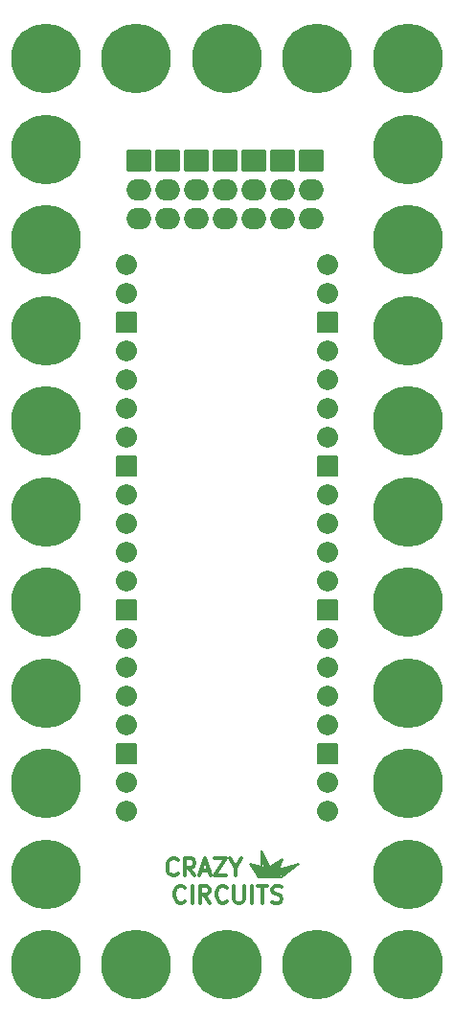
<source format=gts>
G04 #@! TF.GenerationSoftware,KiCad,Pcbnew,(5.1.8)-1*
G04 #@! TF.CreationDate,2021-04-30T18:53:21-04:00*
G04 #@! TF.ProjectId,5x11-Raspi-Pico-Robot-Version,35783131-2d52-4617-9370-692d5069636f,v1.6*
G04 #@! TF.SameCoordinates,Original*
G04 #@! TF.FileFunction,Soldermask,Top*
G04 #@! TF.FilePolarity,Negative*
%FSLAX46Y46*%
G04 Gerber Fmt 4.6, Leading zero omitted, Abs format (unit mm)*
G04 Created by KiCad (PCBNEW (5.1.8)-1) date 2021-04-30 18:53:21*
%MOMM*%
%LPD*%
G01*
G04 APERTURE LIST*
%ADD10C,0.300000*%
%ADD11C,0.254000*%
%ADD12C,0.152400*%
%ADD13O,2.184400X1.879600*%
%ADD14O,1.852400X1.852400*%
%ADD15C,6.152400*%
G04 APERTURE END LIST*
D10*
X15482571Y-149212714D02*
X15411142Y-149284142D01*
X15196857Y-149355571D01*
X15054000Y-149355571D01*
X14839714Y-149284142D01*
X14696857Y-149141285D01*
X14625428Y-148998428D01*
X14554000Y-148712714D01*
X14554000Y-148498428D01*
X14625428Y-148212714D01*
X14696857Y-148069857D01*
X14839714Y-147927000D01*
X15054000Y-147855571D01*
X15196857Y-147855571D01*
X15411142Y-147927000D01*
X15482571Y-147998428D01*
X16125428Y-149355571D02*
X16125428Y-147855571D01*
X17696857Y-149355571D02*
X17196857Y-148641285D01*
X16839714Y-149355571D02*
X16839714Y-147855571D01*
X17411142Y-147855571D01*
X17554000Y-147927000D01*
X17625428Y-147998428D01*
X17696857Y-148141285D01*
X17696857Y-148355571D01*
X17625428Y-148498428D01*
X17554000Y-148569857D01*
X17411142Y-148641285D01*
X16839714Y-148641285D01*
X19196857Y-149212714D02*
X19125428Y-149284142D01*
X18911142Y-149355571D01*
X18768285Y-149355571D01*
X18554000Y-149284142D01*
X18411142Y-149141285D01*
X18339714Y-148998428D01*
X18268285Y-148712714D01*
X18268285Y-148498428D01*
X18339714Y-148212714D01*
X18411142Y-148069857D01*
X18554000Y-147927000D01*
X18768285Y-147855571D01*
X18911142Y-147855571D01*
X19125428Y-147927000D01*
X19196857Y-147998428D01*
X19839714Y-147855571D02*
X19839714Y-149069857D01*
X19911142Y-149212714D01*
X19982571Y-149284142D01*
X20125428Y-149355571D01*
X20411142Y-149355571D01*
X20554000Y-149284142D01*
X20625428Y-149212714D01*
X20696857Y-149069857D01*
X20696857Y-147855571D01*
X21411142Y-149355571D02*
X21411142Y-147855571D01*
X21911142Y-147855571D02*
X22768285Y-147855571D01*
X22339714Y-149355571D02*
X22339714Y-147855571D01*
X23196857Y-149284142D02*
X23411142Y-149355571D01*
X23768285Y-149355571D01*
X23911142Y-149284142D01*
X23982571Y-149212714D01*
X24054000Y-149069857D01*
X24054000Y-148927000D01*
X23982571Y-148784142D01*
X23911142Y-148712714D01*
X23768285Y-148641285D01*
X23482571Y-148569857D01*
X23339714Y-148498428D01*
X23268285Y-148427000D01*
X23196857Y-148284142D01*
X23196857Y-148141285D01*
X23268285Y-147998428D01*
X23339714Y-147927000D01*
X23482571Y-147855571D01*
X23839714Y-147855571D01*
X24054000Y-147927000D01*
X14859285Y-146799714D02*
X14787857Y-146871142D01*
X14573571Y-146942571D01*
X14430714Y-146942571D01*
X14216428Y-146871142D01*
X14073571Y-146728285D01*
X14002142Y-146585428D01*
X13930714Y-146299714D01*
X13930714Y-146085428D01*
X14002142Y-145799714D01*
X14073571Y-145656857D01*
X14216428Y-145514000D01*
X14430714Y-145442571D01*
X14573571Y-145442571D01*
X14787857Y-145514000D01*
X14859285Y-145585428D01*
X16359285Y-146942571D02*
X15859285Y-146228285D01*
X15502142Y-146942571D02*
X15502142Y-145442571D01*
X16073571Y-145442571D01*
X16216428Y-145514000D01*
X16287857Y-145585428D01*
X16359285Y-145728285D01*
X16359285Y-145942571D01*
X16287857Y-146085428D01*
X16216428Y-146156857D01*
X16073571Y-146228285D01*
X15502142Y-146228285D01*
X16930714Y-146514000D02*
X17645000Y-146514000D01*
X16787857Y-146942571D02*
X17287857Y-145442571D01*
X17787857Y-146942571D01*
X18145000Y-145442571D02*
X19145000Y-145442571D01*
X18145000Y-146942571D01*
X19145000Y-146942571D01*
X20002142Y-146228285D02*
X20002142Y-146942571D01*
X19502142Y-145442571D02*
X20002142Y-146228285D01*
X20502142Y-145442571D01*
D11*
X22415500Y-145946500D02*
X22352000Y-145121000D01*
X23241000Y-146962500D02*
X22352000Y-145248000D01*
X23050500Y-146962500D02*
X22479000Y-145883000D01*
X22860000Y-146962500D02*
X22415500Y-146137000D01*
X22606000Y-146962500D02*
X22161500Y-146200500D01*
X22479000Y-146962500D02*
X21907500Y-146137000D01*
X22288500Y-146962500D02*
X21653500Y-146073500D01*
D12*
X22034500Y-147089500D02*
X21209000Y-145883000D01*
X21209000Y-145883000D02*
X22288500Y-146137000D01*
X22288500Y-146137000D02*
X22225000Y-144740000D01*
X22225000Y-144740000D02*
X23050500Y-146264000D01*
X23050500Y-146200500D02*
X24130000Y-145502000D01*
X24130000Y-145502000D02*
X23812500Y-146391000D01*
X23812500Y-146391000D02*
X25590500Y-145946500D01*
X25590500Y-145946500D02*
X24003000Y-147089500D01*
X24003000Y-147089500D02*
X22034500Y-147089500D01*
D11*
X22098000Y-146962500D02*
X21463000Y-146073500D01*
D12*
X23939500Y-145756000D02*
X23114000Y-146327500D01*
X23939500Y-145883000D02*
X23114000Y-146454500D01*
X23812500Y-146073500D02*
X23177500Y-146581500D01*
X23812500Y-146200500D02*
X23241000Y-146708500D01*
X23241000Y-146708500D02*
X23812500Y-146391000D01*
X23812500Y-146391000D02*
X23304500Y-146835500D01*
X23304500Y-146835500D02*
X24066500Y-146391000D01*
X24066500Y-146391000D02*
X23304500Y-146962500D01*
X23304500Y-146962500D02*
X24257000Y-146391000D01*
X24257000Y-146391000D02*
X23431500Y-147026000D01*
X23431500Y-147026000D02*
X24574500Y-146264000D01*
X24574500Y-146264000D02*
X23685500Y-146962500D01*
X23685500Y-146962500D02*
X24765000Y-146200500D01*
X24765000Y-146200500D02*
X23812500Y-147026000D01*
X23812500Y-147026000D02*
X25146000Y-146073500D01*
X25146000Y-146073500D02*
X24003000Y-147026000D01*
D10*
X15482571Y-149212714D02*
X15411142Y-149284142D01*
X15196857Y-149355571D01*
X15054000Y-149355571D01*
X14839714Y-149284142D01*
X14696857Y-149141285D01*
X14625428Y-148998428D01*
X14554000Y-148712714D01*
X14554000Y-148498428D01*
X14625428Y-148212714D01*
X14696857Y-148069857D01*
X14839714Y-147927000D01*
X15054000Y-147855571D01*
X15196857Y-147855571D01*
X15411142Y-147927000D01*
X15482571Y-147998428D01*
X16125428Y-149355571D02*
X16125428Y-147855571D01*
X17696857Y-149355571D02*
X17196857Y-148641285D01*
X16839714Y-149355571D02*
X16839714Y-147855571D01*
X17411142Y-147855571D01*
X17554000Y-147927000D01*
X17625428Y-147998428D01*
X17696857Y-148141285D01*
X17696857Y-148355571D01*
X17625428Y-148498428D01*
X17554000Y-148569857D01*
X17411142Y-148641285D01*
X16839714Y-148641285D01*
X19196857Y-149212714D02*
X19125428Y-149284142D01*
X18911142Y-149355571D01*
X18768285Y-149355571D01*
X18554000Y-149284142D01*
X18411142Y-149141285D01*
X18339714Y-148998428D01*
X18268285Y-148712714D01*
X18268285Y-148498428D01*
X18339714Y-148212714D01*
X18411142Y-148069857D01*
X18554000Y-147927000D01*
X18768285Y-147855571D01*
X18911142Y-147855571D01*
X19125428Y-147927000D01*
X19196857Y-147998428D01*
X19839714Y-147855571D02*
X19839714Y-149069857D01*
X19911142Y-149212714D01*
X19982571Y-149284142D01*
X20125428Y-149355571D01*
X20411142Y-149355571D01*
X20554000Y-149284142D01*
X20625428Y-149212714D01*
X20696857Y-149069857D01*
X20696857Y-147855571D01*
X21411142Y-149355571D02*
X21411142Y-147855571D01*
X21911142Y-147855571D02*
X22768285Y-147855571D01*
X22339714Y-149355571D02*
X22339714Y-147855571D01*
X23196857Y-149284142D02*
X23411142Y-149355571D01*
X23768285Y-149355571D01*
X23911142Y-149284142D01*
X23982571Y-149212714D01*
X24054000Y-149069857D01*
X24054000Y-148927000D01*
X23982571Y-148784142D01*
X23911142Y-148712714D01*
X23768285Y-148641285D01*
X23482571Y-148569857D01*
X23339714Y-148498428D01*
X23268285Y-148427000D01*
X23196857Y-148284142D01*
X23196857Y-148141285D01*
X23268285Y-147998428D01*
X23339714Y-147927000D01*
X23482571Y-147855571D01*
X23839714Y-147855571D01*
X24054000Y-147927000D01*
X14859285Y-146799714D02*
X14787857Y-146871142D01*
X14573571Y-146942571D01*
X14430714Y-146942571D01*
X14216428Y-146871142D01*
X14073571Y-146728285D01*
X14002142Y-146585428D01*
X13930714Y-146299714D01*
X13930714Y-146085428D01*
X14002142Y-145799714D01*
X14073571Y-145656857D01*
X14216428Y-145514000D01*
X14430714Y-145442571D01*
X14573571Y-145442571D01*
X14787857Y-145514000D01*
X14859285Y-145585428D01*
X16359285Y-146942571D02*
X15859285Y-146228285D01*
X15502142Y-146942571D02*
X15502142Y-145442571D01*
X16073571Y-145442571D01*
X16216428Y-145514000D01*
X16287857Y-145585428D01*
X16359285Y-145728285D01*
X16359285Y-145942571D01*
X16287857Y-146085428D01*
X16216428Y-146156857D01*
X16073571Y-146228285D01*
X15502142Y-146228285D01*
X16930714Y-146514000D02*
X17645000Y-146514000D01*
X16787857Y-146942571D02*
X17287857Y-145442571D01*
X17787857Y-146942571D01*
X18145000Y-145442571D02*
X19145000Y-145442571D01*
X18145000Y-146942571D01*
X19145000Y-146942571D01*
X20002142Y-146228285D02*
X20002142Y-146942571D01*
X19502142Y-145442571D02*
X20002142Y-146228285D01*
X20502142Y-145442571D01*
D11*
X22415500Y-145946500D02*
X22352000Y-145121000D01*
X23241000Y-146962500D02*
X22352000Y-145248000D01*
X23050500Y-146962500D02*
X22479000Y-145883000D01*
X22860000Y-146962500D02*
X22415500Y-146137000D01*
X22606000Y-146962500D02*
X22161500Y-146200500D01*
X22479000Y-146962500D02*
X21907500Y-146137000D01*
X22288500Y-146962500D02*
X21653500Y-146073500D01*
D12*
X22034500Y-147089500D02*
X21209000Y-145883000D01*
X21209000Y-145883000D02*
X22288500Y-146137000D01*
X22288500Y-146137000D02*
X22225000Y-144740000D01*
X22225000Y-144740000D02*
X23050500Y-146264000D01*
X23050500Y-146200500D02*
X24130000Y-145502000D01*
X24130000Y-145502000D02*
X23812500Y-146391000D01*
X23812500Y-146391000D02*
X25590500Y-145946500D01*
X25590500Y-145946500D02*
X24003000Y-147089500D01*
X24003000Y-147089500D02*
X22034500Y-147089500D01*
D11*
X22098000Y-146962500D02*
X21463000Y-146073500D01*
D12*
X23939500Y-145756000D02*
X23114000Y-146327500D01*
X23939500Y-145883000D02*
X23114000Y-146454500D01*
X23812500Y-146073500D02*
X23177500Y-146581500D01*
X23812500Y-146200500D02*
X23241000Y-146708500D01*
X23241000Y-146708500D02*
X23812500Y-146391000D01*
X23812500Y-146391000D02*
X23304500Y-146835500D01*
X23304500Y-146835500D02*
X24066500Y-146391000D01*
X24066500Y-146391000D02*
X23304500Y-146962500D01*
X23304500Y-146962500D02*
X24257000Y-146391000D01*
X24257000Y-146391000D02*
X23431500Y-147026000D01*
X23431500Y-147026000D02*
X24574500Y-146264000D01*
X24574500Y-146264000D02*
X23685500Y-146962500D01*
X23685500Y-146962500D02*
X24765000Y-146200500D01*
X24765000Y-146200500D02*
X23812500Y-147026000D01*
X23812500Y-147026000D02*
X25146000Y-146073500D01*
X25146000Y-146073500D02*
X24003000Y-147026000D01*
G36*
G01*
X17957800Y-84683600D02*
X17957800Y-82956400D01*
G75*
G02*
X18034000Y-82880200I76200J0D01*
G01*
X20066000Y-82880200D01*
G75*
G02*
X20142200Y-82956400I0J-76200D01*
G01*
X20142200Y-84683600D01*
G75*
G02*
X20066000Y-84759800I-76200J0D01*
G01*
X18034000Y-84759800D01*
G75*
G02*
X17957800Y-84683600I0J76200D01*
G01*
G37*
D13*
X19050000Y-86360000D03*
X19050000Y-88900000D03*
G36*
G01*
X10337800Y-84683600D02*
X10337800Y-82956400D01*
G75*
G02*
X10414000Y-82880200I76200J0D01*
G01*
X12446000Y-82880200D01*
G75*
G02*
X12522200Y-82956400I0J-76200D01*
G01*
X12522200Y-84683600D01*
G75*
G02*
X12446000Y-84759800I-76200J0D01*
G01*
X10414000Y-84759800D01*
G75*
G02*
X10337800Y-84683600I0J76200D01*
G01*
G37*
X11430000Y-86360000D03*
X11430000Y-88900000D03*
G36*
G01*
X23037800Y-84683600D02*
X23037800Y-82956400D01*
G75*
G02*
X23114000Y-82880200I76200J0D01*
G01*
X25146000Y-82880200D01*
G75*
G02*
X25222200Y-82956400I0J-76200D01*
G01*
X25222200Y-84683600D01*
G75*
G02*
X25146000Y-84759800I-76200J0D01*
G01*
X23114000Y-84759800D01*
G75*
G02*
X23037800Y-84683600I0J76200D01*
G01*
G37*
X24130000Y-86360000D03*
X24130000Y-88900000D03*
G36*
G01*
X20497800Y-84683600D02*
X20497800Y-82956400D01*
G75*
G02*
X20574000Y-82880200I76200J0D01*
G01*
X22606000Y-82880200D01*
G75*
G02*
X22682200Y-82956400I0J-76200D01*
G01*
X22682200Y-84683600D01*
G75*
G02*
X22606000Y-84759800I-76200J0D01*
G01*
X20574000Y-84759800D01*
G75*
G02*
X20497800Y-84683600I0J76200D01*
G01*
G37*
X21590000Y-86360000D03*
X21590000Y-88900000D03*
G36*
G01*
X12877800Y-84683600D02*
X12877800Y-82956400D01*
G75*
G02*
X12954000Y-82880200I76200J0D01*
G01*
X14986000Y-82880200D01*
G75*
G02*
X15062200Y-82956400I0J-76200D01*
G01*
X15062200Y-84683600D01*
G75*
G02*
X14986000Y-84759800I-76200J0D01*
G01*
X12954000Y-84759800D01*
G75*
G02*
X12877800Y-84683600I0J76200D01*
G01*
G37*
X13970000Y-86360000D03*
X13970000Y-88900000D03*
G36*
G01*
X15417800Y-84683600D02*
X15417800Y-82956400D01*
G75*
G02*
X15494000Y-82880200I76200J0D01*
G01*
X17526000Y-82880200D01*
G75*
G02*
X17602200Y-82956400I0J-76200D01*
G01*
X17602200Y-84683600D01*
G75*
G02*
X17526000Y-84759800I-76200J0D01*
G01*
X15494000Y-84759800D01*
G75*
G02*
X15417800Y-84683600I0J76200D01*
G01*
G37*
X16510000Y-86360000D03*
X16510000Y-88900000D03*
D14*
X28067000Y-141296251D03*
X28067000Y-138756251D03*
G36*
G01*
X28993200Y-135366251D02*
X28993200Y-137066251D01*
G75*
G02*
X28917000Y-137142451I-76200J0D01*
G01*
X27217000Y-137142451D01*
G75*
G02*
X27140800Y-137066251I0J76200D01*
G01*
X27140800Y-135366251D01*
G75*
G02*
X27217000Y-135290051I76200J0D01*
G01*
X28917000Y-135290051D01*
G75*
G02*
X28993200Y-135366251I0J-76200D01*
G01*
G37*
X28067000Y-133676251D03*
X28067000Y-131136251D03*
X28067000Y-128596251D03*
X28067000Y-126056251D03*
G36*
G01*
X28993200Y-122666251D02*
X28993200Y-124366251D01*
G75*
G02*
X28917000Y-124442451I-76200J0D01*
G01*
X27217000Y-124442451D01*
G75*
G02*
X27140800Y-124366251I0J76200D01*
G01*
X27140800Y-122666251D01*
G75*
G02*
X27217000Y-122590051I76200J0D01*
G01*
X28917000Y-122590051D01*
G75*
G02*
X28993200Y-122666251I0J-76200D01*
G01*
G37*
X28067000Y-120976251D03*
X28067000Y-118436251D03*
X28067000Y-115896251D03*
X28067000Y-113356251D03*
G36*
G01*
X28993200Y-109966251D02*
X28993200Y-111666251D01*
G75*
G02*
X28917000Y-111742451I-76200J0D01*
G01*
X27217000Y-111742451D01*
G75*
G02*
X27140800Y-111666251I0J76200D01*
G01*
X27140800Y-109966251D01*
G75*
G02*
X27217000Y-109890051I76200J0D01*
G01*
X28917000Y-109890051D01*
G75*
G02*
X28993200Y-109966251I0J-76200D01*
G01*
G37*
X28067000Y-108276251D03*
X28067000Y-105736251D03*
X28067000Y-103196251D03*
X28067000Y-100656251D03*
G36*
G01*
X28993200Y-97266251D02*
X28993200Y-98966251D01*
G75*
G02*
X28917000Y-99042451I-76200J0D01*
G01*
X27217000Y-99042451D01*
G75*
G02*
X27140800Y-98966251I0J76200D01*
G01*
X27140800Y-97266251D01*
G75*
G02*
X27217000Y-97190051I76200J0D01*
G01*
X28917000Y-97190051D01*
G75*
G02*
X28993200Y-97266251I0J-76200D01*
G01*
G37*
X28067000Y-95576251D03*
X28067000Y-93036251D03*
X10287000Y-93036251D03*
X10287000Y-95576251D03*
G36*
G01*
X11213200Y-97266251D02*
X11213200Y-98966251D01*
G75*
G02*
X11137000Y-99042451I-76200J0D01*
G01*
X9437000Y-99042451D01*
G75*
G02*
X9360800Y-98966251I0J76200D01*
G01*
X9360800Y-97266251D01*
G75*
G02*
X9437000Y-97190051I76200J0D01*
G01*
X11137000Y-97190051D01*
G75*
G02*
X11213200Y-97266251I0J-76200D01*
G01*
G37*
X10287000Y-100656251D03*
X10287000Y-103196251D03*
X10287000Y-105736251D03*
X10287000Y-108276251D03*
G36*
G01*
X11213200Y-109966251D02*
X11213200Y-111666251D01*
G75*
G02*
X11137000Y-111742451I-76200J0D01*
G01*
X9437000Y-111742451D01*
G75*
G02*
X9360800Y-111666251I0J76200D01*
G01*
X9360800Y-109966251D01*
G75*
G02*
X9437000Y-109890051I76200J0D01*
G01*
X11137000Y-109890051D01*
G75*
G02*
X11213200Y-109966251I0J-76200D01*
G01*
G37*
X10287000Y-113356251D03*
X10287000Y-115896251D03*
X10287000Y-118436251D03*
X10287000Y-120976251D03*
G36*
G01*
X11213200Y-122666251D02*
X11213200Y-124366251D01*
G75*
G02*
X11137000Y-124442451I-76200J0D01*
G01*
X9437000Y-124442451D01*
G75*
G02*
X9360800Y-124366251I0J76200D01*
G01*
X9360800Y-122666251D01*
G75*
G02*
X9437000Y-122590051I76200J0D01*
G01*
X11137000Y-122590051D01*
G75*
G02*
X11213200Y-122666251I0J-76200D01*
G01*
G37*
X10287000Y-126056251D03*
X10287000Y-128596251D03*
X10287000Y-131136251D03*
X10287000Y-133676251D03*
G36*
G01*
X11213200Y-135366251D02*
X11213200Y-137066251D01*
G75*
G02*
X11137000Y-137142451I-76200J0D01*
G01*
X9437000Y-137142451D01*
G75*
G02*
X9360800Y-137066251I0J76200D01*
G01*
X9360800Y-135366251D01*
G75*
G02*
X9437000Y-135290051I76200J0D01*
G01*
X11137000Y-135290051D01*
G75*
G02*
X11213200Y-135366251I0J-76200D01*
G01*
G37*
X10287000Y-138756251D03*
X10287000Y-141296251D03*
D13*
X26670000Y-88900000D03*
X26670000Y-86360000D03*
G36*
G01*
X25577800Y-84683600D02*
X25577800Y-82956400D01*
G75*
G02*
X25654000Y-82880200I76200J0D01*
G01*
X27686000Y-82880200D01*
G75*
G02*
X27762200Y-82956400I0J-76200D01*
G01*
X27762200Y-84683600D01*
G75*
G02*
X27686000Y-84759800I-76200J0D01*
G01*
X25654000Y-84759800D01*
G75*
G02*
X25577800Y-84683600I0J76200D01*
G01*
G37*
D15*
X3176000Y-130825001D03*
X35175000Y-90825001D03*
X3176000Y-122825001D03*
X27175000Y-154825001D03*
X3175000Y-98825001D03*
X35175000Y-122825001D03*
X3175000Y-114825001D03*
X35175000Y-82825001D03*
X3175000Y-82825001D03*
X35175000Y-74825001D03*
X11175000Y-154825001D03*
X3176000Y-146825001D03*
X3176000Y-106825001D03*
X19175000Y-74825001D03*
X3175000Y-90825001D03*
X35175000Y-154825001D03*
X27175000Y-74825001D03*
X35175000Y-146825001D03*
X35175000Y-106825001D03*
X35175000Y-138825001D03*
X3176000Y-138825001D03*
X35175000Y-130825001D03*
X35175000Y-114825001D03*
X3176000Y-154825001D03*
X19175000Y-154825001D03*
X35175000Y-98825001D03*
X11175000Y-74825001D03*
X3176000Y-74825001D03*
M02*

</source>
